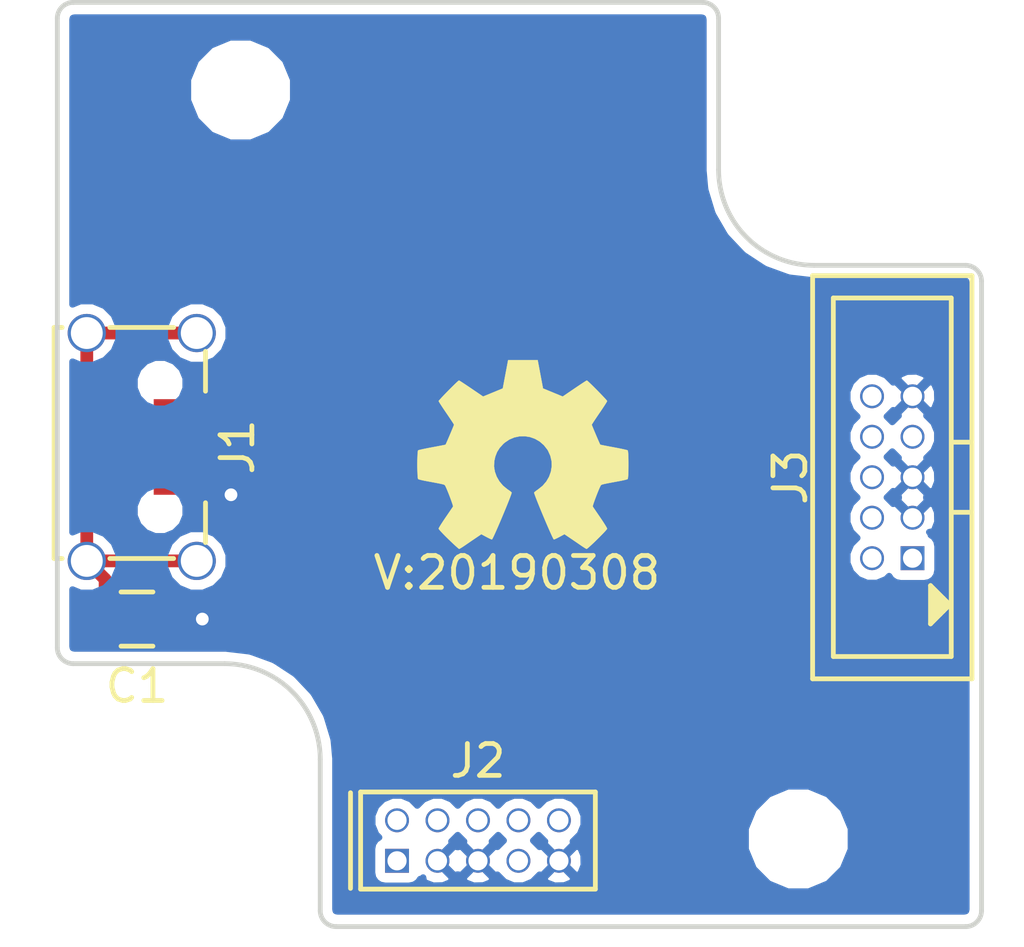
<source format=kicad_pcb>
(kicad_pcb (version 20171130) (host pcbnew 5.0.2-bee76a0~70~ubuntu18.04.1)

  (general
    (thickness 1.6)
    (drawings 16)
    (tracks 10)
    (zones 0)
    (modules 8)
    (nets 3)
  )

  (page A4)
  (layers
    (0 F.Cu signal)
    (31 B.Cu signal)
    (32 B.Adhes user)
    (33 F.Adhes user)
    (34 B.Paste user)
    (35 F.Paste user)
    (36 B.SilkS user)
    (37 F.SilkS user)
    (38 B.Mask user)
    (39 F.Mask user)
    (40 Dwgs.User user)
    (41 Cmts.User user)
    (42 Eco1.User user)
    (43 Eco2.User user)
    (44 Edge.Cuts user)
    (45 Margin user)
    (46 B.CrtYd user)
    (47 F.CrtYd user)
    (48 B.Fab user)
    (49 F.Fab user)
  )

  (setup
    (last_trace_width 0.1524)
    (user_trace_width 0.1524)
    (user_trace_width 0.2)
    (user_trace_width 0.3)
    (user_trace_width 0.4)
    (user_trace_width 0.6)
    (user_trace_width 1)
    (user_trace_width 1.5)
    (user_trace_width 2)
    (trace_clearance 0.1524)
    (zone_clearance 0.3)
    (zone_45_only no)
    (trace_min 0.1524)
    (segment_width 0.2)
    (edge_width 0.15)
    (via_size 0.381)
    (via_drill 0.254)
    (via_min_size 0.381)
    (via_min_drill 0.254)
    (user_via 0.4 0.254)
    (user_via 0.6 0.4)
    (user_via 0.8 0.6)
    (user_via 1 0.8)
    (user_via 1.3 1)
    (user_via 1.5 1.2)
    (user_via 1.7 1.4)
    (user_via 1.9 1.6)
    (uvia_size 0.381)
    (uvia_drill 0.254)
    (uvias_allowed no)
    (uvia_min_size 0.381)
    (uvia_min_drill 0.254)
    (pcb_text_width 0.3)
    (pcb_text_size 1.5 1.5)
    (mod_edge_width 0.15)
    (mod_text_size 1 1)
    (mod_text_width 0.15)
    (pad_size 1.524 1.524)
    (pad_drill 0.762)
    (pad_to_mask_clearance 0.1)
    (solder_mask_min_width 0.15)
    (aux_axis_origin 0 0)
    (visible_elements FFFFFF7F)
    (pcbplotparams
      (layerselection 0x010fc_ffffffff)
      (usegerberextensions true)
      (usegerberattributes false)
      (usegerberadvancedattributes false)
      (creategerberjobfile false)
      (excludeedgelayer true)
      (linewidth 0.100000)
      (plotframeref false)
      (viasonmask false)
      (mode 1)
      (useauxorigin false)
      (hpglpennumber 1)
      (hpglpenspeed 20)
      (hpglpendiameter 15.000000)
      (psnegative false)
      (psa4output false)
      (plotreference true)
      (plotvalue true)
      (plotinvisibletext false)
      (padsonsilk false)
      (subtractmaskfromsilk false)
      (outputformat 1)
      (mirror false)
      (drillshape 0)
      (scaleselection 1)
      (outputdirectory "OSH_Park_2_layer_plots"))
  )

  (net 0 "")
  (net 1 VSS)
  (net 2 "Net-(C1-Pad2)")

  (net_class Default "This is the default net class."
    (clearance 0.1524)
    (trace_width 0.1524)
    (via_dia 0.381)
    (via_drill 0.254)
    (uvia_dia 0.381)
    (uvia_drill 0.254)
    (add_net "Net-(C1-Pad2)")
    (add_net VSS)
  )

  (module Symbols:OSHW-Symbol_6.7x6mm_SilkScreen (layer F.Cu) (tedit 0) (tstamp 5A135134)
    (at 148 101)
    (descr "Open Source Hardware Symbol")
    (tags "Logo Symbol OSHW")
    (path /5A135869)
    (attr virtual)
    (fp_text reference N1 (at 0 0) (layer F.SilkS) hide
      (effects (font (size 1 1) (thickness 0.15)))
    )
    (fp_text value OHWLOGO (at 0.75 0) (layer F.Fab) hide
      (effects (font (size 1 1) (thickness 0.15)))
    )
    (fp_poly (pts (xy 0.555814 -2.531069) (xy 0.639635 -2.086445) (xy 0.94892 -1.958947) (xy 1.258206 -1.831449)
      (xy 1.629246 -2.083754) (xy 1.733157 -2.154004) (xy 1.827087 -2.216728) (xy 1.906652 -2.269062)
      (xy 1.96747 -2.308143) (xy 2.005157 -2.331107) (xy 2.015421 -2.336058) (xy 2.03391 -2.323324)
      (xy 2.07342 -2.288118) (xy 2.129522 -2.234938) (xy 2.197787 -2.168282) (xy 2.273786 -2.092646)
      (xy 2.353092 -2.012528) (xy 2.431275 -1.932426) (xy 2.503907 -1.856836) (xy 2.566559 -1.790255)
      (xy 2.614803 -1.737182) (xy 2.64421 -1.702113) (xy 2.651241 -1.690377) (xy 2.641123 -1.66874)
      (xy 2.612759 -1.621338) (xy 2.569129 -1.552807) (xy 2.513218 -1.467785) (xy 2.448006 -1.370907)
      (xy 2.410219 -1.31565) (xy 2.341343 -1.214752) (xy 2.28014 -1.123701) (xy 2.229578 -1.04703)
      (xy 2.192628 -0.989272) (xy 2.172258 -0.954957) (xy 2.169197 -0.947746) (xy 2.176136 -0.927252)
      (xy 2.195051 -0.879487) (xy 2.223087 -0.811168) (xy 2.257391 -0.729011) (xy 2.295109 -0.63973)
      (xy 2.333387 -0.550042) (xy 2.36937 -0.466662) (xy 2.400206 -0.396306) (xy 2.423039 -0.34569)
      (xy 2.435017 -0.321529) (xy 2.435724 -0.320578) (xy 2.454531 -0.315964) (xy 2.504618 -0.305672)
      (xy 2.580793 -0.290713) (xy 2.677865 -0.272099) (xy 2.790643 -0.250841) (xy 2.856442 -0.238582)
      (xy 2.97695 -0.215638) (xy 3.085797 -0.193805) (xy 3.177476 -0.174278) (xy 3.246481 -0.158252)
      (xy 3.287304 -0.146921) (xy 3.295511 -0.143326) (xy 3.303548 -0.118994) (xy 3.310033 -0.064041)
      (xy 3.31497 0.015108) (xy 3.318364 0.112026) (xy 3.320218 0.220287) (xy 3.320538 0.333465)
      (xy 3.319327 0.445135) (xy 3.31659 0.548868) (xy 3.312331 0.638241) (xy 3.306555 0.706826)
      (xy 3.299267 0.748197) (xy 3.294895 0.75681) (xy 3.268764 0.767133) (xy 3.213393 0.781892)
      (xy 3.136107 0.799352) (xy 3.04423 0.81778) (xy 3.012158 0.823741) (xy 2.857524 0.852066)
      (xy 2.735375 0.874876) (xy 2.641673 0.89308) (xy 2.572384 0.907583) (xy 2.523471 0.919292)
      (xy 2.490897 0.929115) (xy 2.470628 0.937956) (xy 2.458626 0.946724) (xy 2.456947 0.948457)
      (xy 2.440184 0.976371) (xy 2.414614 1.030695) (xy 2.382788 1.104777) (xy 2.34726 1.191965)
      (xy 2.310583 1.285608) (xy 2.275311 1.379052) (xy 2.243996 1.465647) (xy 2.219193 1.53874)
      (xy 2.203454 1.591678) (xy 2.199332 1.617811) (xy 2.199676 1.618726) (xy 2.213641 1.640086)
      (xy 2.245322 1.687084) (xy 2.291391 1.754827) (xy 2.348518 1.838423) (xy 2.413373 1.932982)
      (xy 2.431843 1.959854) (xy 2.497699 2.057275) (xy 2.55565 2.146163) (xy 2.602538 2.221412)
      (xy 2.635207 2.27792) (xy 2.6505 2.310581) (xy 2.651241 2.314593) (xy 2.638392 2.335684)
      (xy 2.602888 2.377464) (xy 2.549293 2.435445) (xy 2.482171 2.505135) (xy 2.406087 2.582045)
      (xy 2.325604 2.661683) (xy 2.245287 2.739561) (xy 2.169699 2.811186) (xy 2.103405 2.87207)
      (xy 2.050969 2.917721) (xy 2.016955 2.94365) (xy 2.007545 2.947883) (xy 1.985643 2.937912)
      (xy 1.9408 2.91102) (xy 1.880321 2.871736) (xy 1.833789 2.840117) (xy 1.749475 2.782098)
      (xy 1.649626 2.713784) (xy 1.549473 2.645579) (xy 1.495627 2.609075) (xy 1.313371 2.4858)
      (xy 1.160381 2.56852) (xy 1.090682 2.604759) (xy 1.031414 2.632926) (xy 0.991311 2.648991)
      (xy 0.981103 2.651226) (xy 0.968829 2.634722) (xy 0.944613 2.588082) (xy 0.910263 2.515609)
      (xy 0.867588 2.421606) (xy 0.818394 2.310374) (xy 0.76449 2.186215) (xy 0.707684 2.053432)
      (xy 0.649782 1.916327) (xy 0.592593 1.779202) (xy 0.537924 1.646358) (xy 0.487584 1.522098)
      (xy 0.44338 1.410725) (xy 0.407119 1.316539) (xy 0.380609 1.243844) (xy 0.365658 1.196941)
      (xy 0.363254 1.180833) (xy 0.382311 1.160286) (xy 0.424036 1.126933) (xy 0.479706 1.087702)
      (xy 0.484378 1.084599) (xy 0.628264 0.969423) (xy 0.744283 0.835053) (xy 0.83143 0.685784)
      (xy 0.888699 0.525913) (xy 0.915086 0.359737) (xy 0.909585 0.191552) (xy 0.87119 0.025655)
      (xy 0.798895 -0.133658) (xy 0.777626 -0.168513) (xy 0.666996 -0.309263) (xy 0.536302 -0.422286)
      (xy 0.390064 -0.506997) (xy 0.232808 -0.562806) (xy 0.069057 -0.589126) (xy -0.096667 -0.58537)
      (xy -0.259838 -0.55095) (xy -0.415935 -0.485277) (xy -0.560433 -0.387765) (xy -0.605131 -0.348187)
      (xy -0.718888 -0.224297) (xy -0.801782 -0.093876) (xy -0.858644 0.052315) (xy -0.890313 0.197088)
      (xy -0.898131 0.35986) (xy -0.872062 0.52344) (xy -0.814755 0.682298) (xy -0.728856 0.830906)
      (xy -0.617014 0.963735) (xy -0.481877 1.075256) (xy -0.464117 1.087011) (xy -0.40785 1.125508)
      (xy -0.365077 1.158863) (xy -0.344628 1.18016) (xy -0.344331 1.180833) (xy -0.348721 1.203871)
      (xy -0.366124 1.256157) (xy -0.394732 1.33339) (xy -0.432735 1.431268) (xy -0.478326 1.545491)
      (xy -0.529697 1.671758) (xy -0.585038 1.805767) (xy -0.642542 1.943218) (xy -0.700399 2.079808)
      (xy -0.756802 2.211237) (xy -0.809942 2.333205) (xy -0.85801 2.441409) (xy -0.899199 2.531549)
      (xy -0.931699 2.599323) (xy -0.953703 2.64043) (xy -0.962564 2.651226) (xy -0.98964 2.642819)
      (xy -1.040303 2.620272) (xy -1.105817 2.587613) (xy -1.141841 2.56852) (xy -1.294832 2.4858)
      (xy -1.477088 2.609075) (xy -1.570125 2.672228) (xy -1.671985 2.741727) (xy -1.767438 2.807165)
      (xy -1.81525 2.840117) (xy -1.882495 2.885273) (xy -1.939436 2.921057) (xy -1.978646 2.942938)
      (xy -1.991381 2.947563) (xy -2.009917 2.935085) (xy -2.050941 2.900252) (xy -2.110475 2.846678)
      (xy -2.184542 2.777983) (xy -2.269165 2.697781) (xy -2.322685 2.646286) (xy -2.416319 2.554286)
      (xy -2.497241 2.471999) (xy -2.562177 2.402945) (xy -2.607858 2.350644) (xy -2.631011 2.318616)
      (xy -2.633232 2.312116) (xy -2.622924 2.287394) (xy -2.594439 2.237405) (xy -2.550937 2.167212)
      (xy -2.495577 2.081875) (xy -2.43152 1.986456) (xy -2.413303 1.959854) (xy -2.346927 1.863167)
      (xy -2.287378 1.776117) (xy -2.237984 1.703595) (xy -2.202075 1.650493) (xy -2.182981 1.621703)
      (xy -2.181136 1.618726) (xy -2.183895 1.595782) (xy -2.198538 1.545336) (xy -2.222513 1.474041)
      (xy -2.253266 1.388547) (xy -2.288244 1.295507) (xy -2.324893 1.201574) (xy -2.360661 1.113399)
      (xy -2.392994 1.037634) (xy -2.419338 0.980931) (xy -2.437142 0.949943) (xy -2.438407 0.948457)
      (xy -2.449294 0.939601) (xy -2.467682 0.930843) (xy -2.497606 0.921277) (xy -2.543103 0.909996)
      (xy -2.608209 0.896093) (xy -2.696961 0.878663) (xy -2.813393 0.856798) (xy -2.961542 0.829591)
      (xy -2.993618 0.823741) (xy -3.088686 0.805374) (xy -3.171565 0.787405) (xy -3.23493 0.771569)
      (xy -3.271458 0.7596) (xy -3.276356 0.75681) (xy -3.284427 0.732072) (xy -3.290987 0.67679)
      (xy -3.296033 0.597389) (xy -3.299559 0.500296) (xy -3.301561 0.391938) (xy -3.302036 0.27874)
      (xy -3.300977 0.167128) (xy -3.298382 0.063529) (xy -3.294246 -0.025632) (xy -3.288563 -0.093928)
      (xy -3.281331 -0.134934) (xy -3.276971 -0.143326) (xy -3.252698 -0.151792) (xy -3.197426 -0.165565)
      (xy -3.116662 -0.18345) (xy -3.015912 -0.204252) (xy -2.900683 -0.226777) (xy -2.837902 -0.238582)
      (xy -2.718787 -0.260849) (xy -2.612565 -0.281021) (xy -2.524427 -0.298085) (xy -2.459566 -0.311031)
      (xy -2.423174 -0.318845) (xy -2.417184 -0.320578) (xy -2.407061 -0.34011) (xy -2.385662 -0.387157)
      (xy -2.355839 -0.454997) (xy -2.320445 -0.536909) (xy -2.282332 -0.626172) (xy -2.244353 -0.716065)
      (xy -2.20936 -0.799865) (xy -2.180206 -0.870853) (xy -2.159743 -0.922306) (xy -2.150823 -0.947503)
      (xy -2.150657 -0.948604) (xy -2.160769 -0.968481) (xy -2.189117 -1.014223) (xy -2.232723 -1.081283)
      (xy -2.288606 -1.165116) (xy -2.353787 -1.261174) (xy -2.391679 -1.31635) (xy -2.460725 -1.417519)
      (xy -2.52205 -1.50937) (xy -2.572663 -1.587256) (xy -2.609571 -1.646531) (xy -2.629782 -1.682549)
      (xy -2.632701 -1.690623) (xy -2.620153 -1.709416) (xy -2.585463 -1.749543) (xy -2.533063 -1.806507)
      (xy -2.467384 -1.875815) (xy -2.392856 -1.952969) (xy -2.313913 -2.033475) (xy -2.234983 -2.112837)
      (xy -2.1605 -2.18656) (xy -2.094894 -2.250148) (xy -2.042596 -2.299106) (xy -2.008039 -2.328939)
      (xy -1.996478 -2.336058) (xy -1.977654 -2.326047) (xy -1.932631 -2.297922) (xy -1.865787 -2.254546)
      (xy -1.781499 -2.198782) (xy -1.684144 -2.133494) (xy -1.610707 -2.083754) (xy -1.239667 -1.831449)
      (xy -0.621095 -2.086445) (xy -0.537275 -2.531069) (xy -0.453454 -2.975693) (xy 0.471994 -2.975693)
      (xy 0.555814 -2.531069)) (layer F.SilkS) (width 0.01))
  )

  (module SquantorLabels:Label_version (layer F.Cu) (tedit 5B5A1E49) (tstamp 5B96DD88)
    (at 148.9 104.8)
    (path /5A1357A5)
    (fp_text reference N2 (at 0 1.4) (layer F.Fab) hide
      (effects (font (size 1 1) (thickness 0.15)))
    )
    (fp_text value 20190308 (at -0.4 -0.1) (layer F.SilkS)
      (effects (font (size 1 1) (thickness 0.15)))
    )
    (fp_text user V: (at -4.9 -0.1) (layer F.SilkS)
      (effects (font (size 1 1) (thickness 0.15)))
    )
  )

  (module SquantorPcbOutline:MountingHole_2.5mm_no_metal locked (layer F.Cu) (tedit 5C816C3B) (tstamp 5C8172B0)
    (at 139.15 89.55)
    (path /5C816D19)
    (fp_text reference H1 (at 0 -1.95) (layer F.SilkS) hide
      (effects (font (size 1 1) (thickness 0.15)))
    )
    (fp_text value Drill_Hole_no_metal (at 0 1.85) (layer F.Fab) hide
      (effects (font (size 1 1) (thickness 0.15)))
    )
    (pad "" np_thru_hole circle (at 0 0) (size 2.5 2.5) (drill 2.5) (layers *.Cu *.Mask))
  )

  (module SquantorPcbOutline:MountingHole_2.5mm_no_metal locked (layer F.Cu) (tedit 5C816C2A) (tstamp 5C8172B5)
    (at 156.65 113.05)
    (path /5C816C08)
    (fp_text reference H2 (at 0 2.05) (layer F.SilkS) hide
      (effects (font (size 1 1) (thickness 0.15)))
    )
    (fp_text value Drill_Hole_no_metal (at 0 3) (layer F.Fab) hide
      (effects (font (size 1 1) (thickness 0.15)))
    )
    (pad "" np_thru_hole circle (at 0 0) (size 2.5 2.5) (drill 2.5) (layers *.Cu *.Mask))
  )

  (module SquantorUsb:USB-muB-SMD_TH (layer F.Cu) (tedit 5B3D26BA) (tstamp 5C82EB83)
    (at 136.05 100.75 270)
    (path /5C82E08A)
    (fp_text reference J1 (at 0 -3 270) (layer F.SilkS)
      (effects (font (size 1 1) (thickness 0.15)))
    )
    (fp_text value USB-ID (at 0 3.6 270) (layer F.Fab)
      (effects (font (size 1 1) (thickness 0.15)))
    )
    (fp_line (start 3.5 2.5) (end 3.5 2.75) (layer F.SilkS) (width 0.15))
    (fp_line (start 3.5 2.75) (end -3.75 2.75) (layer F.SilkS) (width 0.15))
    (fp_line (start -3.75 2.75) (end -3.75 2.5) (layer F.SilkS) (width 0.15))
    (fp_line (start -3.75 -1) (end -3.75 1) (layer F.SilkS) (width 0.15))
    (fp_line (start 3.5 -1) (end 3.5 1) (layer F.SilkS) (width 0.15))
    (fp_line (start 1.75 -2) (end 3 -2) (layer F.SilkS) (width 0.15))
    (fp_line (start -3 -2) (end -1.75 -2) (layer F.SilkS) (width 0.15))
    (pad S thru_hole circle (at -3.575 -1.725 270) (size 1.2 1.2) (drill 1) (layers *.Cu *.Mask)
      (net 2 "Net-(C1-Pad2)"))
    (pad S thru_hole circle (at 3.575 -1.725 270) (size 1.2 1.2) (drill 1) (layers *.Cu *.Mask)
      (net 2 "Net-(C1-Pad2)"))
    (pad S thru_hole circle (at -3.575 1.725 270) (size 1.2 1.2) (drill 1) (layers *.Cu *.Mask)
      (net 2 "Net-(C1-Pad2)"))
    (pad "" np_thru_hole circle (at -2 -0.575 270) (size 0.8 0.8) (drill 0.8) (layers *.Cu))
    (pad 5 smd rect (at 1.3 -1.3 270) (size 0.4 1.85) (layers F.Cu F.Paste F.Mask)
      (net 1 VSS))
    (pad 4 smd rect (at 0.65 -1.3 270) (size 0.4 1.85) (layers F.Cu F.Paste F.Mask))
    (pad 3 smd rect (at 0 -1.3 270) (size 0.4 1.85) (layers F.Cu F.Paste F.Mask))
    (pad 2 smd rect (at -0.65 -1.3 270) (size 0.4 1.85) (layers F.Cu F.Paste F.Mask))
    (pad 1 smd rect (at -1.3 -1.3 270) (size 0.4 1.85) (layers F.Cu F.Paste F.Mask))
    (pad "" np_thru_hole circle (at 2 -0.575 270) (size 0.8 0.8) (drill 0.8) (layers *.Cu))
    (pad S thru_hole circle (at 3.575 1.725 270) (size 1.2 1.2) (drill 1) (layers *.Cu *.Mask)
      (net 2 "Net-(C1-Pad2)"))
  )

  (module SquantorConnectors:Header-0127-2X05-H006 (layer F.Cu) (tedit 5B2E13C6) (tstamp 5C82EB96)
    (at 146.6 113.1)
    (path /5C82F4B4)
    (fp_text reference J2 (at 0 -2.5) (layer F.SilkS)
      (effects (font (size 1 1) (thickness 0.15)))
    )
    (fp_text value JTAG_2X05_IN (at 0 2.5) (layer F.Fab)
      (effects (font (size 1 1) (thickness 0.15)))
    )
    (fp_line (start -4 -1.5) (end -4 1.5) (layer F.SilkS) (width 0.15))
    (fp_line (start -3.683 1.524) (end -3.683 -1.524) (layer F.SilkS) (width 0.15))
    (fp_line (start 3.683 1.524) (end -3.683 1.524) (layer F.SilkS) (width 0.15))
    (fp_line (start 3.683 -1.524) (end 3.683 1.524) (layer F.SilkS) (width 0.15))
    (fp_line (start -3.683 -1.524) (end 3.683 -1.524) (layer F.SilkS) (width 0.15))
    (pad 1 thru_hole rect (at -2.54 0.635) (size 0.75 0.75) (drill 0.6) (layers *.Cu *.Mask))
    (pad 2 thru_hole circle (at -2.54 -0.635) (size 0.75 0.75) (drill 0.6) (layers *.Cu *.Mask))
    (pad 3 thru_hole circle (at -1.27 0.635) (size 0.75 0.75) (drill 0.6) (layers *.Cu *.Mask)
      (net 1 VSS))
    (pad 4 thru_hole circle (at -1.27 -0.635) (size 0.75 0.75) (drill 0.6) (layers *.Cu *.Mask))
    (pad 5 thru_hole circle (at 0 0.635) (size 0.75 0.75) (drill 0.6) (layers *.Cu *.Mask)
      (net 1 VSS))
    (pad 6 thru_hole circle (at 0 -0.635) (size 0.75 0.75) (drill 0.6) (layers *.Cu *.Mask))
    (pad 7 thru_hole circle (at 1.27 0.635) (size 0.75 0.75) (drill 0.6) (layers *.Cu *.Mask))
    (pad 8 thru_hole circle (at 1.27 -0.635) (size 0.75 0.75) (drill 0.6) (layers *.Cu *.Mask))
    (pad 9 thru_hole circle (at 2.54 0.635) (size 0.75 0.75) (drill 0.6) (layers *.Cu *.Mask)
      (net 1 VSS))
    (pad 10 thru_hole circle (at 2.54 -0.635) (size 0.75 0.75) (drill 0.6) (layers *.Cu *.Mask))
  )

  (module SquantorConnectors:Header-Shr-0127-2X05-H006 (layer F.Cu) (tedit 5B313ACB) (tstamp 5C82EBB6)
    (at 159.6 101.7 90)
    (path /5C82F5E3)
    (fp_text reference J3 (at 0 -3.2 90) (layer F.SilkS)
      (effects (font (size 1 1) (thickness 0.15)))
    )
    (fp_text value JTAG_2X05_OUT (at 0 3.3 90) (layer F.Fab)
      (effects (font (size 1 1) (thickness 0.15)))
    )
    (fp_line (start -4.1 1.7) (end -3.9 1.7) (layer F.SilkS) (width 0.15))
    (fp_line (start -4.2 1.6) (end -3.8 1.6) (layer F.SilkS) (width 0.15))
    (fp_line (start -4.3 1.5) (end -3.8 1.5) (layer F.SilkS) (width 0.15))
    (fp_line (start -4.3 1.4) (end -3.7 1.4) (layer F.SilkS) (width 0.15))
    (fp_line (start -4.4 1.3) (end -3.6 1.3) (layer F.SilkS) (width 0.15))
    (fp_line (start -3.4 1.2) (end -4.6 1.2) (layer F.SilkS) (width 0.15))
    (fp_line (start -4 1.8) (end -3.4 1.2) (layer F.SilkS) (width 0.15))
    (fp_line (start -4.6 1.2) (end -4 1.8) (layer F.SilkS) (width 0.15))
    (fp_line (start -1.1 2.5) (end -1.1 1.9) (layer F.SilkS) (width 0.15))
    (fp_line (start 1.1 2.5) (end 1.1 1.9) (layer F.SilkS) (width 0.15))
    (fp_line (start -5.625 1.85) (end -5.625 -1.85) (layer F.SilkS) (width 0.15))
    (fp_line (start 5.625 1.85) (end -5.625 1.85) (layer F.SilkS) (width 0.15))
    (fp_line (start 5.625 -1.85) (end 5.625 1.85) (layer F.SilkS) (width 0.15))
    (fp_line (start -5.625 -1.85) (end 5.625 -1.85) (layer F.SilkS) (width 0.15))
    (fp_line (start -6.325 2.5) (end -6.325 -2.5) (layer F.SilkS) (width 0.15))
    (fp_line (start 6.325 2.5) (end -6.325 2.5) (layer F.SilkS) (width 0.15))
    (fp_line (start 6.325 -2.5) (end 6.325 2.5) (layer F.SilkS) (width 0.15))
    (fp_line (start -6.325 -2.5) (end 6.325 -2.5) (layer F.SilkS) (width 0.15))
    (pad 1 thru_hole rect (at -2.54 0.635 90) (size 0.75 0.75) (drill 0.6) (layers *.Cu *.Mask))
    (pad 2 thru_hole circle (at -2.54 -0.635 90) (size 0.75 0.75) (drill 0.6) (layers *.Cu *.Mask))
    (pad 3 thru_hole circle (at -1.27 0.635 90) (size 0.75 0.75) (drill 0.6) (layers *.Cu *.Mask)
      (net 1 VSS))
    (pad 4 thru_hole circle (at -1.27 -0.635 90) (size 0.75 0.75) (drill 0.6) (layers *.Cu *.Mask))
    (pad 5 thru_hole circle (at 0 0.635 90) (size 0.75 0.75) (drill 0.6) (layers *.Cu *.Mask)
      (net 1 VSS))
    (pad 6 thru_hole circle (at 0 -0.635 90) (size 0.75 0.75) (drill 0.6) (layers *.Cu *.Mask))
    (pad 7 thru_hole circle (at 1.27 0.635 90) (size 0.75 0.75) (drill 0.6) (layers *.Cu *.Mask))
    (pad 8 thru_hole circle (at 1.27 -0.635 90) (size 0.75 0.75) (drill 0.6) (layers *.Cu *.Mask))
    (pad 9 thru_hole circle (at 2.54 0.635 90) (size 0.75 0.75) (drill 0.6) (layers *.Cu *.Mask)
      (net 1 VSS))
    (pad 10 thru_hole circle (at 2.54 -0.635 90) (size 0.75 0.75) (drill 0.6) (layers *.Cu *.Mask))
  )

  (module SquantorRcl:C_0805 (layer F.Cu) (tedit 5415D6EA) (tstamp 5C8FD585)
    (at 135.9 106.15 180)
    (descr "Capacitor SMD 0805, reflow soldering, AVX (see smccp.pdf)")
    (tags "capacitor 0805")
    (path /5C830A08)
    (attr smd)
    (fp_text reference C1 (at 0 -2.1 180) (layer F.SilkS)
      (effects (font (size 1 1) (thickness 0.15)))
    )
    (fp_text value 100n (at 0 2.1 180) (layer F.Fab)
      (effects (font (size 1 1) (thickness 0.15)))
    )
    (fp_line (start -1 0.625) (end -1 -0.625) (layer F.Fab) (width 0.15))
    (fp_line (start 1 0.625) (end -1 0.625) (layer F.Fab) (width 0.15))
    (fp_line (start 1 -0.625) (end 1 0.625) (layer F.Fab) (width 0.15))
    (fp_line (start -1 -0.625) (end 1 -0.625) (layer F.Fab) (width 0.15))
    (fp_line (start -1.8 -1) (end 1.8 -1) (layer F.CrtYd) (width 0.05))
    (fp_line (start -1.8 1) (end 1.8 1) (layer F.CrtYd) (width 0.05))
    (fp_line (start -1.8 -1) (end -1.8 1) (layer F.CrtYd) (width 0.05))
    (fp_line (start 1.8 -1) (end 1.8 1) (layer F.CrtYd) (width 0.05))
    (fp_line (start 0.5 -0.85) (end -0.5 -0.85) (layer F.SilkS) (width 0.15))
    (fp_line (start -0.5 0.85) (end 0.5 0.85) (layer F.SilkS) (width 0.15))
    (pad 1 smd rect (at -1 0 180) (size 1 1.25) (layers F.Cu F.Paste F.Mask)
      (net 1 VSS))
    (pad 2 smd rect (at 1 0 180) (size 1 1.25) (layers F.Cu F.Paste F.Mask)
      (net 2 "Net-(C1-Pad2)"))
    (model Capacitors_SMD.3dshapes/C_0805.wrl
      (at (xyz 0 0 0))
      (scale (xyz 1 1 1))
      (rotate (xyz 0 0 0))
    )
  )

  (gr_arc (start 138.649999 110.55) (end 141.649999 110.55) (angle -89.9999809) (layer Edge.Cuts) (width 0.15) (tstamp 5C8173A2))
  (gr_arc (start 161.9 95.55) (end 162.4 95.55) (angle -90) (layer Edge.Cuts) (width 0.15) (tstamp 5C81739D))
  (gr_arc (start 161.9 115.3) (end 161.9 115.8) (angle -90) (layer Edge.Cuts) (width 0.15) (tstamp 5C817399))
  (gr_arc (start 142.15 115.3) (end 141.65 115.3) (angle -90) (layer Edge.Cuts) (width 0.15) (tstamp 5C817397))
  (gr_arc (start 133.9 107.05) (end 133.4 107.05) (angle -90) (layer Edge.Cuts) (width 0.15) (tstamp 5C817393))
  (gr_arc (start 133.9 87.3) (end 133.9 86.8) (angle -90) (layer Edge.Cuts) (width 0.15) (tstamp 5C81738B))
  (gr_line (start 133.4 107.05) (end 133.4 87.3) (layer Edge.Cuts) (width 0.15))
  (gr_line (start 138.65 107.55) (end 133.9 107.55) (layer Edge.Cuts) (width 0.15))
  (gr_line (start 141.65 115.3) (end 141.65 110.55) (layer Edge.Cuts) (width 0.15))
  (gr_line (start 161.9 115.8) (end 142.15 115.8) (layer Edge.Cuts) (width 0.15))
  (gr_line (start 162.4 95.55) (end 162.4 115.3) (layer Edge.Cuts) (width 0.15))
  (gr_line (start 157.15 95.05) (end 161.9 95.05) (layer Edge.Cuts) (width 0.15))
  (gr_arc (start 157.15 92.05) (end 154.15 92.05) (angle -89.9999809) (layer Edge.Cuts) (width 0.15))
  (gr_line (start 154.15 87.3) (end 154.15 92.05) (layer Edge.Cuts) (width 0.15))
  (gr_arc (start 153.65 87.3) (end 154.15 87.3) (angle -90) (layer Edge.Cuts) (width 0.15))
  (gr_line (start 133.9 86.8) (end 153.65 86.8) (layer Edge.Cuts) (width 0.15))

  (segment (start 137.35 102.05) (end 138.65 102.05) (width 0.4) (layer F.Cu) (net 1))
  (via (at 138.85 102.25) (size 0.6) (drill 0.4) (layers F.Cu B.Cu) (net 1))
  (segment (start 138.65 102.05) (end 138.85 102.25) (width 0.4) (layer F.Cu) (net 1))
  (via (at 137.95 106.15) (size 0.6) (drill 0.4) (layers F.Cu B.Cu) (net 1))
  (segment (start 136.9 106.15) (end 137.95 106.15) (width 0.4) (layer F.Cu) (net 1))
  (segment (start 137.775 97.175) (end 134.325 97.175) (width 0.4) (layer F.Cu) (net 2))
  (segment (start 134.325 97.175) (end 134.325 104.325) (width 0.4) (layer F.Cu) (net 2))
  (segment (start 137.775 104.325) (end 134.325 104.325) (width 0.4) (layer F.Cu) (net 2))
  (segment (start 134.9 104.9) (end 134.325 104.325) (width 0.4) (layer F.Cu) (net 2))
  (segment (start 134.9 106.15) (end 134.9 104.9) (width 0.4) (layer F.Cu) (net 2))

  (zone (net 1) (net_name VSS) (layer B.Cu) (tstamp 0) (hatch edge 0.508)
    (connect_pads (clearance 0.3))
    (min_thickness 0.2)
    (fill yes (arc_segments 16) (thermal_gap 0.3) (thermal_bridge_width 0.3))
    (polygon
      (pts
        (xy 133.4 86.8) (xy 154.15 86.8) (xy 154.15 92) (xy 157.2 95.05) (xy 162.4 95.05)
        (xy 162.4 115.8) (xy 141.65 115.8) (xy 141.65 110.6) (xy 138.65 107.55) (xy 133.4 107.55)
      )
    )
    (filled_polygon
      (pts
        (xy 153.656004 87.2855) (xy 153.661097 87.288903) (xy 153.6645 87.293996) (xy 153.675 87.346783) (xy 153.675001 92.096779)
        (xy 153.679146 92.117619) (xy 153.724294 92.623478) (xy 153.728228 92.64239) (xy 153.729273 92.661693) (xy 153.742806 92.718939)
        (xy 153.944212 93.383933) (xy 153.954475 93.407536) (xy 153.961741 93.432224) (xy 153.98808 93.484822) (xy 154.337066 94.085646)
        (xy 154.352482 94.106253) (xy 154.365234 94.12861) (xy 154.40296 94.173729) (xy 154.402967 94.173738) (xy 154.402972 94.173742)
        (xy 154.880812 94.678162) (xy 154.900553 94.694668) (xy 154.918109 94.713495) (xy 154.965211 94.748731) (xy 155.546283 95.129698)
        (xy 155.569293 95.141221) (xy 155.590707 95.155502) (xy 155.644652 95.178958) (xy 156.29778 95.416032) (xy 156.322822 95.421952)
        (xy 156.346948 95.430924) (xy 156.404843 95.44134) (xy 157.076054 95.519596) (xy 157.103221 95.525) (xy 161.853218 95.525)
        (xy 161.906004 95.5355) (xy 161.911097 95.538903) (xy 161.9145 95.543996) (xy 161.925 95.596783) (xy 161.925001 115.253212)
        (xy 161.9145 115.306004) (xy 161.911097 115.311097) (xy 161.906004 115.3145) (xy 161.853218 115.325) (xy 142.196783 115.325)
        (xy 142.143996 115.3145) (xy 142.138903 115.311097) (xy 142.1355 115.306004) (xy 142.125 115.253218) (xy 142.125 113.36)
        (xy 143.277164 113.36) (xy 143.277164 114.11) (xy 143.308209 114.266072) (xy 143.396616 114.398384) (xy 143.528928 114.486791)
        (xy 143.685 114.517836) (xy 144.435 114.517836) (xy 144.591072 114.486791) (xy 144.723384 114.398384) (xy 144.785581 114.305298)
        (xy 144.807998 114.327715) (xy 144.878604 114.257109) (xy 144.906924 114.40238) (xy 145.194524 114.513484) (xy 145.50275 114.50607)
        (xy 145.753076 114.40238) (xy 145.781396 114.257106) (xy 146.148604 114.257106) (xy 146.176924 114.40238) (xy 146.464524 114.513484)
        (xy 146.77275 114.50607) (xy 147.023076 114.40238) (xy 147.051396 114.257106) (xy 146.6 113.805711) (xy 146.148604 114.257106)
        (xy 145.781396 114.257106) (xy 145.33 113.805711) (xy 145.315858 113.819853) (xy 145.245147 113.749142) (xy 145.259289 113.735)
        (xy 145.400711 113.735) (xy 145.852106 114.186396) (xy 145.965 114.164388) (xy 146.077894 114.186396) (xy 146.529289 113.735)
        (xy 146.077894 113.283604) (xy 145.965 113.305612) (xy 145.852106 113.283604) (xy 145.400711 113.735) (xy 145.259289 113.735)
        (xy 145.245147 113.720858) (xy 145.315858 113.650147) (xy 145.33 113.664289) (xy 145.781396 113.212894) (xy 145.764077 113.124053)
        (xy 145.769002 113.122013) (xy 145.965 112.926015) (xy 146.160998 113.122013) (xy 146.165923 113.124053) (xy 146.148604 113.212894)
        (xy 146.6 113.664289) (xy 147.051396 113.212894) (xy 147.034077 113.124053) (xy 147.039002 113.122013) (xy 147.235 112.926015)
        (xy 147.408985 113.1) (xy 147.212987 113.295998) (xy 147.210947 113.300923) (xy 147.122106 113.283604) (xy 146.670711 113.735)
        (xy 147.122106 114.186396) (xy 147.210947 114.169077) (xy 147.212987 114.174002) (xy 147.430998 114.392013) (xy 147.715843 114.51)
        (xy 148.024157 114.51) (xy 148.309002 114.392013) (xy 148.443909 114.257106) (xy 148.688604 114.257106) (xy 148.716924 114.40238)
        (xy 149.004524 114.513484) (xy 149.31275 114.50607) (xy 149.563076 114.40238) (xy 149.591396 114.257106) (xy 149.14 113.805711)
        (xy 148.688604 114.257106) (xy 148.443909 114.257106) (xy 148.527013 114.174002) (xy 148.529053 114.169077) (xy 148.617894 114.186396)
        (xy 149.069289 113.735) (xy 149.210711 113.735) (xy 149.662106 114.186396) (xy 149.80738 114.158076) (xy 149.918484 113.870476)
        (xy 149.91107 113.56225) (xy 149.80738 113.311924) (xy 149.662106 113.283604) (xy 149.210711 113.735) (xy 149.069289 113.735)
        (xy 148.617894 113.283604) (xy 148.529053 113.300923) (xy 148.527013 113.295998) (xy 148.331015 113.1) (xy 148.505 112.926015)
        (xy 148.700998 113.122013) (xy 148.705923 113.124053) (xy 148.688604 113.212894) (xy 149.14 113.664289) (xy 149.591396 113.212894)
        (xy 149.574077 113.124053) (xy 149.579002 113.122013) (xy 149.797013 112.904002) (xy 149.872485 112.721795) (xy 155 112.721795)
        (xy 155 113.378205) (xy 155.251198 113.98465) (xy 155.71535 114.448802) (xy 156.321795 114.7) (xy 156.978205 114.7)
        (xy 157.58465 114.448802) (xy 158.048802 113.98465) (xy 158.3 113.378205) (xy 158.3 112.721795) (xy 158.048802 112.11535)
        (xy 157.58465 111.651198) (xy 156.978205 111.4) (xy 156.321795 111.4) (xy 155.71535 111.651198) (xy 155.251198 112.11535)
        (xy 155 112.721795) (xy 149.872485 112.721795) (xy 149.915 112.619157) (xy 149.915 112.310843) (xy 149.797013 112.025998)
        (xy 149.579002 111.807987) (xy 149.294157 111.69) (xy 148.985843 111.69) (xy 148.700998 111.807987) (xy 148.505 112.003985)
        (xy 148.309002 111.807987) (xy 148.024157 111.69) (xy 147.715843 111.69) (xy 147.430998 111.807987) (xy 147.235 112.003985)
        (xy 147.039002 111.807987) (xy 146.754157 111.69) (xy 146.445843 111.69) (xy 146.160998 111.807987) (xy 145.965 112.003985)
        (xy 145.769002 111.807987) (xy 145.484157 111.69) (xy 145.175843 111.69) (xy 144.890998 111.807987) (xy 144.695 112.003985)
        (xy 144.499002 111.807987) (xy 144.214157 111.69) (xy 143.905843 111.69) (xy 143.620998 111.807987) (xy 143.402987 112.025998)
        (xy 143.285 112.310843) (xy 143.285 112.619157) (xy 143.402987 112.904002) (xy 143.500913 113.001928) (xy 143.396616 113.071616)
        (xy 143.308209 113.203928) (xy 143.277164 113.36) (xy 142.125 113.36) (xy 142.125 110.503221) (xy 142.120851 110.482363)
        (xy 142.075706 109.976522) (xy 142.071771 109.957604) (xy 142.070726 109.938307) (xy 142.057193 109.881061) (xy 141.855787 109.216068)
        (xy 141.845525 109.192468) (xy 141.838258 109.167775) (xy 141.811919 109.115178) (xy 141.462933 108.514354) (xy 141.447517 108.493747)
        (xy 141.434765 108.47139) (xy 141.397039 108.426271) (xy 141.397032 108.426262) (xy 141.397027 108.426258) (xy 140.919187 107.921838)
        (xy 140.899446 107.905332) (xy 140.88189 107.886505) (xy 140.834788 107.851269) (xy 140.253716 107.470302) (xy 140.230706 107.45878)
        (xy 140.209292 107.444498) (xy 140.155347 107.421042) (xy 139.502219 107.183968) (xy 139.477177 107.178049) (xy 139.453051 107.169076)
        (xy 139.395157 107.15866) (xy 138.723948 107.080404) (xy 138.696779 107.075) (xy 133.946783 107.075) (xy 133.893996 107.0645)
        (xy 133.888903 107.061097) (xy 133.8855 107.056004) (xy 133.875 107.003218) (xy 133.875 105.220996) (xy 134.126088 105.325)
        (xy 134.523912 105.325) (xy 134.891454 105.172759) (xy 135.172759 104.891454) (xy 135.325 104.523912) (xy 135.325 104.126088)
        (xy 136.775 104.126088) (xy 136.775 104.523912) (xy 136.927241 104.891454) (xy 137.208546 105.172759) (xy 137.576088 105.325)
        (xy 137.973912 105.325) (xy 138.341454 105.172759) (xy 138.622759 104.891454) (xy 138.775 104.523912) (xy 138.775 104.126088)
        (xy 138.622759 103.758546) (xy 138.341454 103.477241) (xy 137.973912 103.325) (xy 137.576088 103.325) (xy 137.208546 103.477241)
        (xy 136.927241 103.758546) (xy 136.775 104.126088) (xy 135.325 104.126088) (xy 135.172759 103.758546) (xy 134.891454 103.477241)
        (xy 134.523912 103.325) (xy 134.126088 103.325) (xy 133.875 103.429004) (xy 133.875 102.59087) (xy 135.825 102.59087)
        (xy 135.825 102.90913) (xy 135.946793 103.203164) (xy 136.171836 103.428207) (xy 136.46587 103.55) (xy 136.78413 103.55)
        (xy 137.078164 103.428207) (xy 137.303207 103.203164) (xy 137.425 102.90913) (xy 137.425 102.59087) (xy 137.303207 102.296836)
        (xy 137.078164 102.071793) (xy 136.78413 101.95) (xy 136.46587 101.95) (xy 136.171836 102.071793) (xy 135.946793 102.296836)
        (xy 135.825 102.59087) (xy 133.875 102.59087) (xy 133.875 98.59087) (xy 135.825 98.59087) (xy 135.825 98.90913)
        (xy 135.946793 99.203164) (xy 136.171836 99.428207) (xy 136.46587 99.55) (xy 136.78413 99.55) (xy 137.078164 99.428207)
        (xy 137.303207 99.203164) (xy 137.38494 99.005843) (xy 158.19 99.005843) (xy 158.19 99.314157) (xy 158.307987 99.599002)
        (xy 158.503985 99.795) (xy 158.307987 99.990998) (xy 158.19 100.275843) (xy 158.19 100.584157) (xy 158.307987 100.869002)
        (xy 158.503985 101.065) (xy 158.307987 101.260998) (xy 158.19 101.545843) (xy 158.19 101.854157) (xy 158.307987 102.139002)
        (xy 158.503985 102.335) (xy 158.307987 102.530998) (xy 158.19 102.815843) (xy 158.19 103.124157) (xy 158.307987 103.409002)
        (xy 158.503985 103.605) (xy 158.307987 103.800998) (xy 158.19 104.085843) (xy 158.19 104.394157) (xy 158.307987 104.679002)
        (xy 158.525998 104.897013) (xy 158.810843 105.015) (xy 159.119157 105.015) (xy 159.404002 104.897013) (xy 159.501928 104.799087)
        (xy 159.571616 104.903384) (xy 159.703928 104.991791) (xy 159.86 105.022836) (xy 160.61 105.022836) (xy 160.766072 104.991791)
        (xy 160.898384 104.903384) (xy 160.986791 104.771072) (xy 161.017836 104.615) (xy 161.017836 103.865) (xy 160.986791 103.708928)
        (xy 160.898384 103.576616) (xy 160.805298 103.514419) (xy 160.827715 103.492002) (xy 160.757109 103.421396) (xy 160.90238 103.393076)
        (xy 161.013484 103.105476) (xy 161.00607 102.79725) (xy 160.90238 102.546924) (xy 160.757106 102.518604) (xy 160.305711 102.97)
        (xy 160.319853 102.984142) (xy 160.249142 103.054853) (xy 160.235 103.040711) (xy 160.220858 103.054853) (xy 160.150147 102.984142)
        (xy 160.164289 102.97) (xy 159.712894 102.518604) (xy 159.624053 102.535923) (xy 159.622013 102.530998) (xy 159.426015 102.335)
        (xy 159.538909 102.222106) (xy 159.783604 102.222106) (xy 159.805612 102.335) (xy 159.783604 102.447894) (xy 160.235 102.899289)
        (xy 160.686396 102.447894) (xy 160.664388 102.335) (xy 160.686396 102.222106) (xy 160.235 101.770711) (xy 159.783604 102.222106)
        (xy 159.538909 102.222106) (xy 159.622013 102.139002) (xy 159.624053 102.134077) (xy 159.712894 102.151396) (xy 160.164289 101.7)
        (xy 160.305711 101.7) (xy 160.757106 102.151396) (xy 160.90238 102.123076) (xy 161.013484 101.835476) (xy 161.00607 101.52725)
        (xy 160.90238 101.276924) (xy 160.757106 101.248604) (xy 160.305711 101.7) (xy 160.164289 101.7) (xy 159.712894 101.248604)
        (xy 159.624053 101.265923) (xy 159.622013 101.260998) (xy 159.426015 101.065) (xy 159.6 100.891015) (xy 159.795998 101.087013)
        (xy 159.800923 101.089053) (xy 159.783604 101.177894) (xy 160.235 101.629289) (xy 160.686396 101.177894) (xy 160.669077 101.089053)
        (xy 160.674002 101.087013) (xy 160.892013 100.869002) (xy 161.01 100.584157) (xy 161.01 100.275843) (xy 160.892013 99.990998)
        (xy 160.674002 99.772987) (xy 160.669077 99.770947) (xy 160.686396 99.682106) (xy 160.235 99.230711) (xy 159.783604 99.682106)
        (xy 159.800923 99.770947) (xy 159.795998 99.772987) (xy 159.6 99.968985) (xy 159.426015 99.795) (xy 159.622013 99.599002)
        (xy 159.624053 99.594077) (xy 159.712894 99.611396) (xy 160.164289 99.16) (xy 160.305711 99.16) (xy 160.757106 99.611396)
        (xy 160.90238 99.583076) (xy 161.013484 99.295476) (xy 161.00607 98.98725) (xy 160.90238 98.736924) (xy 160.757106 98.708604)
        (xy 160.305711 99.16) (xy 160.164289 99.16) (xy 159.712894 98.708604) (xy 159.624053 98.725923) (xy 159.622013 98.720998)
        (xy 159.538909 98.637894) (xy 159.783604 98.637894) (xy 160.235 99.089289) (xy 160.686396 98.637894) (xy 160.658076 98.49262)
        (xy 160.370476 98.381516) (xy 160.06225 98.38893) (xy 159.811924 98.49262) (xy 159.783604 98.637894) (xy 159.538909 98.637894)
        (xy 159.404002 98.502987) (xy 159.119157 98.385) (xy 158.810843 98.385) (xy 158.525998 98.502987) (xy 158.307987 98.720998)
        (xy 158.19 99.005843) (xy 137.38494 99.005843) (xy 137.425 98.90913) (xy 137.425 98.59087) (xy 137.303207 98.296836)
        (xy 137.078164 98.071793) (xy 136.78413 97.95) (xy 136.46587 97.95) (xy 136.171836 98.071793) (xy 135.946793 98.296836)
        (xy 135.825 98.59087) (xy 133.875 98.59087) (xy 133.875 98.070996) (xy 134.126088 98.175) (xy 134.523912 98.175)
        (xy 134.891454 98.022759) (xy 135.172759 97.741454) (xy 135.325 97.373912) (xy 135.325 96.976088) (xy 136.775 96.976088)
        (xy 136.775 97.373912) (xy 136.927241 97.741454) (xy 137.208546 98.022759) (xy 137.576088 98.175) (xy 137.973912 98.175)
        (xy 138.341454 98.022759) (xy 138.622759 97.741454) (xy 138.775 97.373912) (xy 138.775 96.976088) (xy 138.622759 96.608546)
        (xy 138.341454 96.327241) (xy 137.973912 96.175) (xy 137.576088 96.175) (xy 137.208546 96.327241) (xy 136.927241 96.608546)
        (xy 136.775 96.976088) (xy 135.325 96.976088) (xy 135.172759 96.608546) (xy 134.891454 96.327241) (xy 134.523912 96.175)
        (xy 134.126088 96.175) (xy 133.875 96.279004) (xy 133.875 89.221795) (xy 137.5 89.221795) (xy 137.5 89.878205)
        (xy 137.751198 90.48465) (xy 138.21535 90.948802) (xy 138.821795 91.2) (xy 139.478205 91.2) (xy 140.08465 90.948802)
        (xy 140.548802 90.48465) (xy 140.8 89.878205) (xy 140.8 89.221795) (xy 140.548802 88.61535) (xy 140.08465 88.151198)
        (xy 139.478205 87.9) (xy 138.821795 87.9) (xy 138.21535 88.151198) (xy 137.751198 88.61535) (xy 137.5 89.221795)
        (xy 133.875 89.221795) (xy 133.875 87.346782) (xy 133.8855 87.293996) (xy 133.888903 87.288903) (xy 133.893996 87.2855)
        (xy 133.946783 87.275) (xy 153.603218 87.275)
      )
    )
  )
)

</source>
